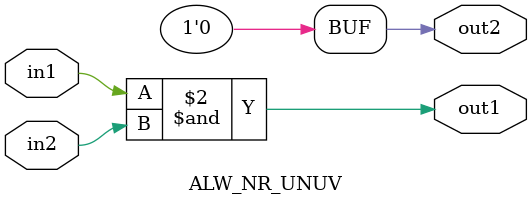
<source format=v>
module ALW_NR_UNUV (in1, in2, out1, out2);
   input in1;
   input in2;
   output out1;
   output out2;
   reg out2;
   always @(in1 or in2)
   begin
      out2 = 1'b0;
   end
   assign out1 = in1 & in2;
endmodule

</source>
